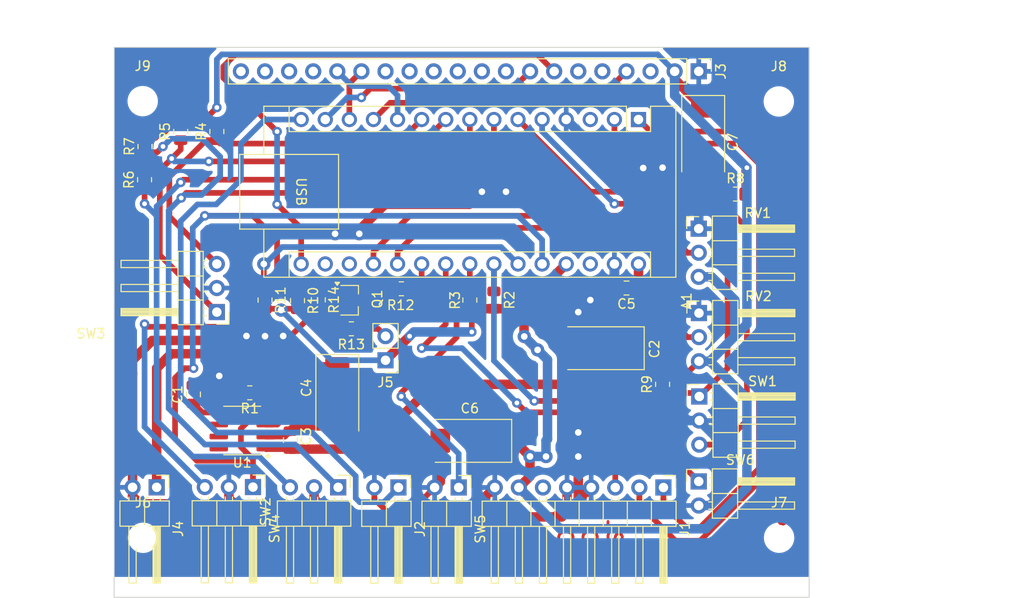
<source format=kicad_pcb>
(kicad_pcb (version 20240108) (generator "pcbnew") (generator_version "8.0")
  (layers (0 "F.Cu" signal) (31 "B.Cu" signal) (34 "B.Paste" user) (35 "F.Paste" user) (36 "B.SilkS" user "B.Silkscreen") (37 "F.SilkS" user "F.Silkscreen") (38 "B.Mask" user) (39 "F.Mask" user) (44 "Edge.Cuts" user))
  (net 0 "")
  (net 1 "Net-(A1-A7)")
  (net 2 "Net-(A1-SCK)")
  (net 3 "Net-(A1-D4)")
  (net 4 "Reset")
  (net 5 "+5VD")
  (net 6 "Net-(A1-A1)")
  (net 8 "Net-(A1-RX1)")
  (net 9 "Net-(A1-SDA{slash}A4)")
  (net 10 "Net-(A1-A6)")
  (net 12 "Net-(A1-D6)")
  (net 13 "Net-(A1-D8)")
  (net 14 "Net-(A1-D2)")
  (net 16 "Net-(A1-D9)")
  (net 17 "Net-(A1-D3)")
  (net 18 "Net-(A1-D7)")
  (net 20 "Net-(A1-D10)")
  (net 21 "Net-(A1-MISO)")
  (net 22 "Net-(A1-MOSI)")
  (net 23 "GND")
  (net 24 "Net-(A1-VIN)")
  (net 25 "Net-(A1-D5)")
  (net 26 "Net-(A1-SCL{slash}A5)")
  (net 27 "Net-(A1-A0)")
  (net 28 "Net-(A1-TX1)")
  (net 29 "+5V")
  (net 31 "Net-(U1-~{OC})")
  (net 45 "Net-(A1-A2)")
  (net 46 "Net-(J5-Pin_2)")
  (net 47 "Net-(Q1-D)")
  (net 48 "Net-(Q1-G)")
  (footprint "Resistor_SMD:R_0805_2012Metric" (layer "F.Cu") (at 123.19 77.47 90)
    (property "Reference" "R4")
    (property "Value" "47k")
  )
  (footprint "Capacitor_SMD:C_0805_2012Metric" (layer "F.Cu") (at 130.946565 110.026808 90)
    (property "Reference" "C3")
    (property "Value" "100n")
  )
  (footprint "Capacitor_Tantalum_SMD:CP_EIA-7343-30_AVX-N" (layer "F.Cu") (at 149.86 110.103448 180)
    (property "Reference" "C6")
    (property "Value" "47u")
  )
  (footprint "Resistor_SMD:R_0805_2012Metric" (layer "F.Cu") (at 128.27 95.255691 -90)
    (property "Reference" "R11")
    (property "Value" "47k")
  )
  (footprint "Resistor_SMD:R_0805_2012Metric" (layer "F.Cu") (at 142.643397 94.06087)
    (property "Reference" "R12")
    (property "Value" "100")
  )
  (footprint "MountingHole:MountingHole_2.7mm_M2.5" (layer "F.Cu") (at 182.460095 120.324362)
    (property "Reference" "J7")
    (property "Value" "MountingHole")
  )
  (footprint "Connector_PinHeader_2.54mm:PinHeader_1x03_P2.54mm_Horizontal" (layer "F.Cu") (at 123.19 96.52 180)
    (property "Reference" "SW3")
    (property "Value" "SW_Schleuse")
  )
  (footprint "Connector_PinHeader_2.54mm:PinHeader_1x02_P2.54mm_Horizontal" (layer "F.Cu") (at 116.845 115.005 -90)
    (property "Reference" "J4")
    (property "Value" "Conn_01x02_Pin")
  )
  (footprint "MountingHole:MountingHole_2.7mm_M2.5" (layer "F.Cu") (at 115.375333 74.260901)
    (property "Reference" "J9")
    (property "Value" "MountingHole")
  )
  (footprint "Connector_PinHeader_2.54mm:PinHeader_1x02_P2.54mm_Horizontal" (layer "F.Cu") (at 142.335136 115.025684 -90)
    (property "Reference" "J2")
    (property "Value" "Conn_NotAus")
  )
  (footprint "Module:Arduino_Nano" (layer "F.Cu") (at 167.64 76.2 -90)
    (property "Reference" "A1")
    (property "Value" "Arduino_Nano_Every")
  )
  (footprint "Package_TO_SOT_SMD:TSOT-23" (layer "F.Cu") (at 137.16 95.25)
    (property "Reference" "Q1")
    (property "Value" "NMOS")
  )
  (footprint "MountingHole:MountingHole_2.7mm_M2.5" (layer "F.Cu") (at 182.433056 74.294522)
    (property "Reference" "J8")
    (property "Value" "MountingHole")
  )
  (footprint "Resistor_SMD:R_0805_2012Metric" (layer "F.Cu") (at 149.86 95.25 -90)
    (property "Reference" "R3")
    (property "Value" "47k")
  )
  (footprint "MountingHole:MountingHole_2.7mm_M2.5" (layer "F.Cu") (at 115.412964 120.331118)
    (property "Reference" "J6")
    (property "Value" "MountingHole")
  )
  (footprint "Resistor_SMD:R_0805_2012Metric" (layer "F.Cu") (at 152.4 95.25 -90)
    (property "Reference" "R2")
    (property "Value" "47k")
  )
  (footprint "Capacitor_Tantalum_SMD:CP_EIA-7343-30_AVX-N" (layer "F.Cu") (at 174.458202 78.073952 -90)
    (property "Reference" "C7")
    (property "Value" "47u")
  )
  (footprint "Resistor_SMD:R_0805_2012Metric" (layer "F.Cu") (at 137.369529 98.283599 180)
    (property "Reference" "R13")
    (property "Value" "3k3")
  )
  (footprint "Resistor_SMD:R_0805_2012Metric" (layer "F.Cu") (at 131.69405 95.303982 -90)
    (property "Reference" "R10")
    (property "Value" "47k")
  )
  (footprint "Connector_PinHeader_2.54mm:PinHeader_1x02_P2.54mm_Horizontal" (layer "F.Cu") (at 148.685136 115.025684 -90)
    (property "Reference" "SW5")
    (property "Value" "SW_Push")
  )
  (footprint "Resistor_SMD:R_0805_2012Metric" (layer "F.Cu") (at 170.18 104.14 90)
    (property "Reference" "R9")
    (property "Value" "47k")
  )
  (footprint "Connector_PinHeader_2.54mm:PinHeader_1x03_P2.54mm_Horizontal" (layer "F.Cu") (at 174.05072 105.425)
    (property "Reference" "SW1")
    (property "Value" "SW_Schubwand")
  )
  (footprint "Package_SO:SOIC-8_3.9x4.9mm_P1.27mm" (layer "F.Cu") (at 125.866565 109.013464 180)
    (property "Reference" "U1")
    (property "Value" "TPS2041B")
  )
  (footprint "Resistor_SMD:R_0805_2012Metric" (layer "F.Cu") (at 133.884585 95.222164 -90)
    (property "Reference" "R14")
    (property "Value" "47k")
  )
  (footprint "Resistor_SMD:R_0805_2012Metric" (layer "F.Cu") (at 115.616656 79.04793 90)
    (property "Reference" "R7")
    (property "Value" "47k")
  )
  (footprint "Capacitor_SMD:C_0805_2012Metric" (layer "F.Cu") (at 120.721565 105.203464 90)
    (property "Reference" "C1")
    (property "Value" "100n")
  )
  (footprint "Resistor_SMD:R_0805_2012Metric" (layer "F.Cu") (at 115.57 82.55 90)
    (property "Reference" "R6")
    (property "Value" "47k")
  )
  (footprint "Resistor_SMD:R_0805_2012Metric" (layer "F.Cu") (at 177.87426 84.068015)
    (property "Reference" "R8")
    (property "Value" "47k")
  )
  (footprint "Connector_PinHeader_2.54mm:PinHeader_1x03_P2.54mm_Horizontal" (layer "F.Cu") (at 174.015748 96.624041)
    (property "Reference" "RV2")
    (property "Value" "R_Potentiometer")
  )
  (footprint "Capacitor_Tantalum_SMD:CP_EIA-7343-30_AVX-N" (layer "F.Cu") (at 135.89 105.41 -90)
    (property "Reference" "C4")
    (property "Value" "47u")
  )
  (footprint "Capacitor_SMD:C_0805_2012Metric" (layer "F.Cu") (at 166.37 93.98 180)
    (property "Reference" "C5")
    (property "Value" "100n")
  )
  (footprint "Connector_PinHeader_2.54mm:PinHeader_1x02_P2.54mm_Vertical" (layer "F.Cu") (at 140.97 101.6 180)
    (property "Reference" "J5")
    (property "Value" "Conn_01x02_Pin")
  )
  (footprint "Connector_PinHeader_2.54mm:PinHeader_1x02_P2.54mm_Horizontal" (layer "F.Cu") (at 173.99 114.389041)
    (property "Reference" "SW6")
    (property "Value" "SW_Push")
  )
  (footprint "Connector_PinHeader_2.54mm:PinHeader_1x20_P2.54mm_Vertical" (layer "F.Cu") (at 173.99 71.12 -90)
    (property "Reference" "J3")
    (property "Value" "Conn_01x20_Socket")
  )
  (footprint "Capacitor_Tantalum_SMD:CP_EIA-7343-30_AVX-N" (layer "F.Cu") (at 163.83 100.33 180)
    (property "Reference" "C2")
    (property "Value" "47u")
  )
  (footprint "Resistor_SMD:R_0805_2012Metric" (layer "F.Cu") (at 126.663934 105.037392 180)
    (property "Reference" "R1")
    (property "Value" "10k")
  )
  (footprint "Connector_PinHeader_2.54mm:PinHeader_1x03_P2.54mm_Horizontal" (layer "F.Cu") (at 127 114.981199 -90)
    (property "Reference" "SW4")
    (property "Value" "SW_Push_Dual")
  )
  (footprint "Connector_PinHeader_2.54mm:PinHeader_1x03_P2.54mm_Horizontal" (layer "F.Cu") (at 135.980136 115.00551 -90)
    (property "Reference" "SW2")
    (property "Value" "SW_Schnecke")
  )
  (footprint "Connector_PinHeader_2.54mm:PinHeader_1x03_P2.54mm_Horizontal" (layer "F.Cu") (at 173.99 87.719041)
    (property "Reference" "RV1")
    (property "Value" "R_Potentiometer")
  )
  (footprint "Resistor_SMD:R_0805_2012Metric" (layer "F.Cu") (at 119.38 77.47 90)
    (property "Reference" "R5")
    (property "Value" "47k")
  )
  (footprint "Connector_PinHeader_2.54mm:PinHeader_1x08_P2.54mm_Horizontal" (layer "F.Cu") (at 170.270136 115.025684 -90)
    (property "Reference" "J1")
    (property "Value" "Conn_Funkmodul")
  )
  (gr_rect (start 112.366112 68.58608) (end 185.634537 126.614505) (stroke (width 0.1)) (fill none) (layer "Edge.Cuts"))
  (gr_text "TX\n" (at 168.781108 123.19 90) (layer "F.Cu") (effects (font (size 1.5 1.5) (thickness 0.3) (bold yes)) (justify left bottom)))
  (gr_text "SW SW" (at 184.15 111.76 90) (layer "F.Cu") (effects (font (size 1.5 1.5) (thickness 0.3) (bold yes)) (justify left bottom)))
  (gr_text "Poti SL\n" (at 184.15 93.98 90) (layer "F.Cu") (effects (font (size 1.5 1.5) (thickness 0.3) (bold yes)) (justify left bottom)))
  (gr_text "RX\n" (at 171.295112 124.46 90) (layer "F.Cu") (effects (font (size 1.5 1.5) (thickness 0.3) (bold yes)) (justify left bottom)))
  (gr_text "SW SK" (at 129.54 123.19 0) (layer "F.Cu") (effects (font (size 1.5 1.5) (thickness 0.3) (bold yes)) (justify left bottom)))
  (gr_text "Poti SK" (at 184.15 102.87 90) (layer "F.Cu") (effects (font (size 1.5 1.5) (thickness 0.3) (bold yes)) (justify left bottom)))
  (gr_text "EIN/\nAUS" (at 121.92 124.46 0) (layer "F.Cu") (effects (font (size 1.5 1.5) (thickness 0.3) (bold yes)) (justify left bottom)))
  (gr_text "SW SL" (at 113.825561 89.923311 -90) (layer "F.Cu") (effects (font (size 1.5 1.5) (thickness 0.3) (bold yes)) (justify left bottom)))
  (gr_text "SW \nD2\n" (at 146.05 124.46 0) (layer "F.Cu") (effects (font (size 1.5 1.5) (thickness 0.3) (bold yes)) (justify left bottom)))
  (gr_text "GND\n" (at 160.931259 124.189376 90) (layer "F.Cu") (effects (font (size 1.5 1.5) (thickness 0.3) (bold yes)) (justify left bottom)))
  (gr_text "5V\n" (at 155.934378 123.189999 90) (layer "F.Cu") (effects (font (size 1.5 1.5) (thickness 0.3) (bold yes)) (justify left bottom)))
  (gr_text "NOT\nAUS" (at 138.783406 124.38535 0) (layer "F.Cu") (effects (font (size 1.5 1.5) (thickness 0.3) (bold yes)) (justify left bottom)))
  (gr_text "REST" (at 166.123139 124.091875 90) (layer "F.Cu") (effects (font (size 1.5 1.5) (thickness 0.3) (bold yes)) (justify left bottom)))
  (gr_text "GND\n" (at 153.253125 124.11625 90) (layer "F.Cu") (effects (font (size 1.5 1.5) (thickness 0.3) (bold yes)) (justify left bottom)))
  (gr_text "GND\n" (at 163.490636 124.165001 90) (layer "F.Cu") (effects (font (size 1.5 1.5) (thickness 0.3) (bold yes)) (justify left bottom)))
  (gr_text "SW D1" (at 184.15 119.38 90) (layer "F.Cu") (effects (font (size 1.5 1.5) (thickness 0.3) (bold yes)) (justify left bottom)))
  (segment (start 129.54 88.9) (end 127 86.36) (width 0.6) (layer "F.Cu") (net 1))
  (segment (start 119.806918 102.443082) (end 118.784179 103.465821) (width 0.6) (layer "F.Cu") (net 1))
  (segment (start 131.69405 94.391482) (end 131.69405 93.82405) (width 0.6) (layer "F.Cu") (net 1))
  (segment (start 120.735885 102.443082) (end 119.806918 102.443082) (width 0.6) (layer "F.Cu") (net 1))
  (segment (start 118.784179 109.894179) (end 121.089912 112.199912) (width 0.6) (layer "F.Cu") (net 1))
  (segment (start 131.69405 93.82405) (end 130.81 92.94) (width 0.6) (layer "F.Cu") (net 1))
  (segment (start 125.73 108.808791) (end 127.430327 107.108464) (width 0.6) (layer "F.Cu") (net 1))
  (segment (start 129.97934 92.94) (end 129.54 92.50066) (width 0.6) (layer "F.Cu") (net 1))
  (segment (start 118.784179 103.465821) (end 118.784179 109.894179) (width 0.6) (layer "F.Cu") (net 1))
  (segment (start 125.73 110.761267) (end 125.73 108.808791) (width 0.6) (layer "F.Cu") (net 1))
  (segment (start 125.73 110.761267) (end 127 112.031267) (width 0.6) (layer "F.Cu") (net 1))
  (segment (start 126.028309 112.199912) (end 127 113.171603) (width 0.6) (layer "F.Cu") (net 1))
  (segment (start 130.81 92.94) (end 129.97934 92.94) (width 0.6) (layer "F.Cu") (net 1))
  (segment (start 127 112.031267) (end 127 114.981199) (width 0.6) (layer "F.Cu") (net 1))
  (segment (start 129.54 92.50066) (end 129.54 88.9) (width 0.6) (layer "F.Cu") (net 1))
  (segment (start 127.430327 107.108464) (end 128.341565 107.108464) (width 0.6) (layer "F.Cu") (net 1))
  (segment (start 127 86.36) (end 121.92 86.36) (width 0.6) (layer "F.Cu") (net 1))
  (segment (start 121.089912 112.199912) (end 126.028309 112.199912) (width 0.6) (layer "F.Cu") (net 1))
  (via (at 121.92 86.36) (size 1) (drill 0.5) (layers "F.Cu" "B.Cu") (net 1))
  (via (at 120.735885 102.443082) (size 1) (drill 0.5) (layers "F.Cu" "B.Cu") (net 1))
  (segment (start 121.92 86.36) (end 154.94 86.36) (width 0.6) (layer "B.Cu") (net 1))
  (segment (start 120.65 102.357197) (end 120.65 87.63) (width 0.6) (layer "B.Cu") (net 1))
  (segment (start 120.735885 102.443082) (end 120.65 102.357197) (width 0.6) (layer "B.Cu") (net 1))
  (segment (start 157.48 88.9) (end 157.48 91.44) (width 0.6) (layer "B.Cu") (net 1))
  (segment (start 120.65 87.63) (end 121.92 86.36) (width 0.6) (layer "B.Cu") (net 1))
  (segment (start 154.94 86.36) (end 157.48 88.9) (width 0.6) (layer "B.Cu") (net 1))
  (segment (start 157.001508 69.371508) (end 158.75 71.12) (width 0.6) (layer "F.Cu") (net 2))
  (segment (start 123.873901 70.610083) (end 125.112476 69.371508) (width 0.6) (layer "F.Cu") (net 2))
  (segment (start 132.08 87.682593) (end 129.54 85.142593) (width 0.6) (layer "F.Cu") (net 2))
  (segment (start 129.54 77.47) (end 123.873901 71.803901) (width 0.6) (layer "F.Cu") (net 2))
  (segment (start 125.112476 69.371508) (end 157.001508 69.371508) (width 0.6) (layer "F.Cu") (net 2))
  (segment (start 132.08 91.44) (end 132.08 87.682593) (width 0.6) (layer "F.Cu") (net 2))
  (segment (start 123.873901 71.803901) (end 123.873901 70.610083) (width 0.6) (layer "F.Cu") (net 2))
  (via (at 129.54 85.142593) (size 1) (drill 0.5) (layers "F.Cu" "B.Cu") (net 2))
  (via (at 129.54 77.47) (size 1) (drill 0.5) (layers "F.Cu" "B.Cu") (net 2))
  (segment (start 129.54 85.142593) (end 129.54 77.47) (width 0.6) (layer "B.Cu") (net 2))
  (segment (start 119.433858 84.475722) (end 119.966987 83.942593) (width 0.6) (layer "F.Cu") (net 3))
  (segment (start 117.502515 79.04793) (end 117.511847 79.04793) (width 0.6) (layer "F.Cu") (net 3))
  (segment (start 152.4 78.74) (end 152.4 76.2) (width 0.6) (layer "F.Cu") (net 3))
  (segment (start 119.966987 83.942593) (end 147.197407 83.942593) (width 0.6) (layer "F.Cu") (net 3))
  (segment (start 116.897945 79.6525) (end 115.57 79.6525) (width 0.6) (layer "F.Cu") (net 3))
  (segment (start 116.897945 79.6525) (end 117.502515 79.04793) (width 0.6) (layer "F.Cu") (net 3))
  (segment (start 147.197407 83.942593) (end 152.4 78.74) (width 0.6) (layer "F.Cu") (net 3))
  (via (at 117.511847 79.04793) (size 1) (drill 0.5) (layers "F.Cu" "B.Cu") (net 3))
  (via (at 119.433858 84.475722) (size 1) (drill 0.5) (layers "F.Cu" "B.Cu") (net 3))
  (segment (start 131.464626 110.49) (end 135.980136 115.00551) (width 0.6) (layer "B.Cu") (net 3))
  (segment (start 117.960223 78.599554) (end 117.511847 79.04793) (width 0.6) (layer "B.Cu") (net 3))
  (segment (start 119.433858 84.475722) (end 118.11 85.79958) (width 0.6) (layer "B.Cu") (net 3))
  (segment (start 117.511847 79.057261) (end 117.511847 79.04793) (width 0.6) (layer "B.Cu") (net 3))
  (segment (start 123.544756 82.195244) (end 121.58 84.16) (width 0.6) (layer "B.Cu") (net 3))
  (segment (start 121.92 110.49) (end 131.464626 110.49) (width 0.6) (layer "B.Cu") (net 3))
  (segment (start 117.969554 78.599554) (end 118.341618 78.22749) (width 0.6) (layer "B.Cu") (net 3))
  (segment (start 118.11 106.68) (end 121.92 110.49) (width 0.6) (layer "B.Cu") (net 3))
  (segment (start 117.969554 78.599554) (end 117.960223 78.599554) (width 0.6) (layer "B.Cu") (net 3))
  (segment (start 119.74958 84.16) (end 119.433858 84.475722) (width 0.6) (layer "B.Cu") (net 3))
  (segment (start 123.544756 80.125238) (end 123.544756 82.195244) (width 0.6) (layer "B.Cu") (net 3))
  (segment (start 121.647008 78.22749) (end 123.544756 80.125238) (width 0.6) (layer "B.Cu") (net 3))
  (segment (start 118.11 85.79958) (end 118.11 106.68) (width 0.6) (layer "B.Cu") (net 3))
  (segment (start 117.287898 79.28121) (end 117.511847 79.057261) (width 0.6) (layer "B.Cu") (net 3))
  (segment (start 118.341618 78.22749) (end 121.647008 78.22749) (width 0.6) (layer "B.Cu") (net 3))
  (segment (start 121.58 84.16) (end 119.74958 84.16) (width 0.6) (layer "B.Cu") (net 3))
  (segment (start 144.78 100.33) (end 147.32 97.79) (width 0.6) (layer "F.Cu") (net 4))
  (segment (start 165.190136 110.580136) (end 165.190136 115.025684) (width 0.6) (layer "F.Cu") (net 4))
  (segment (start 161.704011 107.094011) (end 165.190136 110.580136) (width 0.6) (layer "F.Cu") (net 4))
  (segment (start 154.817287 106.100979) (end 154.925979 106.100979) (width 0.6) (layer "F.Cu") (net 4))
  (segment (start 154.817287 106.100979) (end 155.810319 107.094011) (width 0.6) (layer "F.Cu") (net 4))
  (segment (start 155.810319 107.094011) (end 161.704011 107.094011) (width 0.6) (layer "F.Cu") (net 4))
  (segment (start 147.32 97.79) (end 147.32 91.44) (width 0.6) (layer "F.Cu") (net 4))
  (via (at 144.78 100.33) (size 1) (drill 0.5) (layers "F.Cu" "B.Cu") (net 4))
  (via (at 154.817287 106.100979) (size 1) (drill 0.5) (layers "F.Cu" "B.Cu") (net 4))
  (segment (start 144.78 100.33) (end 149.046308 100.33) (width 0.6) (layer "B.Cu") (net 4))
  (segment (start 149.046308 100.33) (end 154.817287 106.100979) (width 0.6) (layer "B.Cu") (net 4))
  (segment (start 156.201308 111.751308) (end 156.201308 113.854512) (width 1) (layer "F.Cu") (net 5))
  (segment (start 155.575 99.069206) (end 155.597244 99.09145) (width 1) (layer "F.Cu") (net 5))
  (segment (start 150.06692 98.612634) (end 150.06692 96.91942) (width 0.6) (layer "F.Cu") (net 5))
  (segment (start 115.87793 78.13543) (end 116.72729 78.13543) (width 0.6) (layer "F.Cu") (net 5))
  (segment (start 129.962769 96.306337) (end 129.824623 96.168191) (width 0.6) (layer "F.Cu") (net 5))
  (segment (start 130.100915 96.168191) (end 129.962769 96.306337) (width 0.6) (layer "F.Cu") (net 5))
  (segment (start 155.333504 110.785948) (end 154.651004 110.103448) (width 1) (layer "F.Cu") (net 5))
  (segment (start 156.201308 113.854512) (end 155.030136 115.025684) (width 1) (layer "F.Cu") (net 5))
  (segment (start 170.18 103.2275) (end 172.492289 103.2275) (width 0.6) (layer "F.Cu") (net 5))
  (segment (start 114.5275 81.6375) (end 115.57 81.6375) (width 0.6) (layer "F.Cu") (net 5))
  (segment (start 171.45 71.95325) (end 171.45 71.12) (width 1) (layer "F.Cu") (net 5))
  (segment (start 154.553448 110.103448) (end 156.201308 111.751308) (width 1) (layer "F.Cu") (net 5))
  (segment (start 143.51 99.06) (end 140.97 101.6) (width 1) (layer "F.Cu") (net 5))
  (segment (start 131.612176 96.168191) (end 130.100915 96.168191) (width 0.6) (layer "F.Cu") (net 5))
  (segment (start 128.275691 96.168191) (end 128.27 96.1625) (width 0.6) (layer "F.Cu") (net 5))
  (segment (start 154.651004 110.103448) (end 152.9725 110.103448) (width 1) (layer "F.Cu") (net 5))
  (segment (start 160.02 91.44) (end 156.21 95.25) (width 1) (layer "F.Cu") (net 5))
  (segment (start 155.2975 96.1625) (end 152.4 96.1625) (width 1) (layer "F.Cu") (net 5))
  (segment (start 174.458202 74.961452) (end 171.45 71.95325) (width 1) (layer "F.Cu") (net 5))
  (segment (start 129.824623 96.168191) (end 128.275691 96.168191) (width 0.6) (layer "F.Cu") (net 5))
  (segment (start 117.39272 77.47) (end 117.73207 77.47) (width 0.6) (layer "F.Cu") (net 5))
  (segment (start 152.4 96.1625) (end 150.41 96.1625) (width 1) (layer "F.Cu") (net 5))
  (segment (start 118.64457 76.5575) (end 119.38 76.5575) (width 0.6) (layer "F.Cu") (net 5))
  (segment (start 155.597244 99.099112) (end 157.001963 100.503831) (width 1) (layer "F.Cu") (net 5))
  (segment (start 178.78676 81.56324) (end 178.78676 84.068015) (width 0.6) (layer "F.Cu") (net 5))
  (segment (start 172.492289 103.2275) (end 174.015748 101.704041) (width 0.6) (layer "F.Cu") (net 5))
  (segment (start 150.41 96.1625) (end 149.86 96.7125) (width 1) (layer "F.Cu") (net 5))
  (segment (start 115.378726 78.13543) (end 114.17 79.344156) (width 0.6) (layer "F.Cu") (net 5))
  (segment (start 121.5625 76.5575) (end 119.38 76.5575) (width 0.6) (layer "F.Cu") (net 5))
  (segment (start 123.19 74.93) (end 121.5625 76.5575) (width 0.6) (layer "F.Cu") (net 5))
  (segment (start 116.72729 78.13543) (end 117.39272 77.47) (width 0.6) (layer "F.Cu") (net 5))
  (segment (start 114.17 79.344156) (end 114.17 81.28) (width 0.6) (layer "F.Cu") (net 5))
  (segment (start 150.06692 96.91942) (end 149.86 96.7125) (width 0.6) (layer "F.Cu") (net 5))
  (segment (start 179.067305 81.282695) (end 178.78676 81.56324) (width 0.6) (layer "F.Cu") (net 5))
  (segment (start 114.17 81.28) (end 114.5275 81.6375) (width 0.6) (layer "F.Cu") (net 5))
  (segment (start 156.21 95.25) (end 155.575 95.885) (width 1) (layer "F.Cu") (net 5))
  (segment (start 155.597244 99.09145) (end 155.597244 99.099112) (width 1) (layer "F.Cu") (net 5))
  (segment (start 156.21 95.25) (end 155.2975 96.1625) (width 1) (layer "F.Cu") (net 5))
  (segment (start 115.616656 78.13543) (end 115.378726 78.13543) (width 0.6) (layer "F.Cu") (net 5))
  (segment (start 155.575 95.885) (end 155.575 99.069206) (width 1) (layer "F.Cu") (net 5))
  (segment (start 117.73207 77.47) (end 118.64457 76.5575) (width 0.6) (layer "F.Cu") (net 5))
  (via (at 150.06692 98.612634) (size 1) (drill 0.5) (layers "F.Cu" "B.Cu") (net 5))
  (via (at 123.19 74.93) (size 1) (drill 0.5) (layers "F.Cu" "B.Cu") (net 5))
  (via (at 179.067305 81.282695) (size 1) (drill 0.5) (layers "F.Cu" "B.Cu") (net 5))
  (via (at 155.597244 99.09145) (size 1.4) (drill 0.7) (layers "F.Cu" "B.Cu") (net 5))
  (via (at 156.201308 111.751308) (size 1.4) (drill 0.7) (layers "F.Cu" "B.Cu") (net 5))
  (via (at 157.001963 100.503831) (size 1.4) (drill 0.7) (layers "F.Cu" "B.Cu") (net 5))
  (via (at 143.51 99.06) (size 1) (drill 0.5) (layers "F.Cu" "B.Cu") (net 5))
  (via (at 129.962769 96.306337) (size 1.4) (drill 0.7) (layers "F.Cu" "B.Cu") (net 5))
  (via (at 157.888504 111.76) (size 1.4) (drill 0.7) (layers "F.Cu" "B.Cu") (net 5))
  (segment (start 177.8 99.06) (end 175.155959 101.704041) (width 1) (layer "B.Cu") (net 5))
  (segment (start 179.07 81.28) (end 178.435 80.645) (width 1) (layer "B.Cu") (net 5))
  (segment (start 157.879812 111.751308) (end 157.888504 111.76) (width 1) (layer "B.Cu") (net 5))
  (segment (start 143.957366 98.612634) (end 150.06692 98.612634) (width 1) (layer "B.Cu") (net 5))
  (segment (start 155.597244 99.09145) (end 158.05001 101.544216) (width 1) (layer "B.Cu") (net 5))
  (segment (start 156.201308 111.751308) (end 157.879812 111.751308) (width 1) (layer "B.Cu") (net 5))
  (segment (start 123.19 69.85) (end 123.710549 69.329451) (width 0.6) (layer "B.Cu") (net 5))
  (segment (start 159.384452 119.38) (end 155.030136 115.025684) (width 1) (layer "B.Cu") (net 5))
  (segment (start 179.07 97.79) (end 179.07 81.28) (width 1) (layer "B.Cu") (net 5))
  (segment (start 158.05001 101.544216) (end 158.05001 109.91999) (width 1) (layer "B.Cu") (net 5))
  (segment (start 179.07 105.618082) (end 179.07 115.03102) (width 1) (layer "B.Cu") (net 5))
  (segment (start 175.155959 101.704041) (end 174.015748 101.704041) (width 1) (layer "B.Cu") (net 5))
  (segment (start 178.435 80.645) (end 171.45 73.66) (width 1) (layer "B.Cu") (net 5))
  (segment (start 177.8 95.25) (end 177.8 99.06) (width 1) (layer "B.Cu") (net 5))
  (segment (start 157.888504 110.081496) (end 157.888504 111.76) (width 1) (layer "B.Cu") (net 5))
  (segment (start 174.72102 119.38) (end 159.384452 119.38) (width 1) (layer "B.Cu") (net 5))
  (segment (start 123.19 74.93) (end 123.19 69.85) (width 0.6) (layer "B.Cu") (net 5))
  (segment (start 143.51 99.06) (end 143.957366 98.612634) (width 1) (layer "B.Cu") (net 5))
  (segment (start 175.349041 92.799041) (end 177.8 95.25) (width 1) (layer "B.Cu") (net 5))
  (segment (start 175.155959 101.704041) (end 179.07 105.618082) (width 1) (layer "B.Cu") (net 5))
  (segment (start 169.659451 69.329451) (end 171.45 71.12) (width 0.6) (layer "B.Cu") (net 5))
  (segment (start 129.962769 96.306337) (end 135.256432 101.6) (width 0.6) (layer "B.Cu") (net 5))
  (segment (start 123.710549 69.329451) (end 169.659451 69.329451) (width 0.6) (layer "B.Cu") (net 5))
  (segment (start 135.256432 101.6) (end 140.97 101.6) (width 0.6) (layer "B.Cu") (net 5))
  (segment (start 158.05001 109.91999) (end 157.888504 110.081496) (width 1) (layer "B.Cu") (net 5))
  (segment (start 179.07 115.03102) (end 174.72102 119.38) (width 1) (layer "B.Cu") (net 5))
  (segment (start 173.99 92.799041) (end 175.349041 92.799041) (width 1) (layer "B.Cu") (net 5))
  (segment (start 171.45 73.66) (end 171.45 71.12) (width 1) (layer "B.Cu") (net 5))
  (segment (start 177.8 99.06) (end 179.07 97.79) (width 1) (layer "B.Cu") (net 5))
  (segment (start 167.64 87.63) (end 144.78 87.63) (width 0.6) (layer "F.Cu") (net 6))
  (segment (start 144.78 87.63) (end 142.24 90.17) (width 0.6) (layer "F.Cu") (net 6))
  (segment (start 172.813667 99.164041) (end 170.107893 96.458267) (width 0.6) (layer "F.Cu") (net 6))
  (segment (start 170.107893 90.097893) (end 167.64 87.63) (width 0.6) (layer "F.Cu") (net 6))
  (segment (start 174.015748 99.164041) (end 172.813667 99.164041) (width 0.6) (layer "F.Cu") (net 6))
  (segment (start 142.24 90.17) (end 142.24 91.44) (width 0.6) (layer "F.Cu") (net 6))
  (segment (start 170.107893 96.458267) (end 170.107893 90.097893) (width 0.6) (layer "F.Cu") (net 6))
  (segment (start 170.270136 115.025684) (end 170.270136 116.84) (width 0.6) (layer "F.Cu") (net 8))
  (segment (start 165.1 77.47) (end 165.1 76.2) (width 0.6) (layer "F.Cu") (net 8))
  (segment (start 170.270136 116.84) (end 170.270136 116.845684) (width 0.6) (layer "F.Cu") (net 8))
  (segment (start 166.37 78.74) (end 165.1 77.47) (width 0.6) (layer "F.Cu") (net 8))
  (segment (start 178.221668 78.74) (end 166.37 78.74) (width 0.6) (layer "F.Cu") (net 8))
  (segment (start 180.34 113.03) (end 180.34 80.858332) (width 0.6) (layer "F.Cu") (net 8))
  (segment (start 174.080136 119.289864) (end 180.34 113.03) (width 0.6) (layer "F.Cu") (net 8))
  (segment (start 170.270136 116.84) (end 172.72 119.289864) (width 0.6) (layer "F.Cu") (net 8))
  (segment (start 172.72 119.289864) (end 174.080136 119.289864) (width 0.6) (layer "F.Cu") (net 8))
  (segment (start 180.34 80.858332) (end 178.221668 78.74) (width 0.6) (layer "F.Cu") (net 8))
  (segment (start 148.46 95.49957) (end 149.62207 94.3375) (width 0.6) (layer "F.Cu") (net 9))
  (segment (start 149.86 91.44) (end 149.86 93.7875) (width 0.6) (layer "F.Cu") (net 9))
  (segment (start 142.631608 105.018392) (end 148.46 99.19) (width 0.6) (layer "F.Cu") (net 9))
  (segment (start 148.46 99.19) (end 148.46 95.49957) (width 0.6) (layer "F.Cu") (net 9))
  (segment (start 149.62207 94.3375) (end 149.86 94.3375) (width 0.6) (layer "F.Cu") (net 9))
  (segment (start 142.631608 105.41) (end 142.631608 105.018392) (width 0.6) (layer "F.Cu") (net 9))
  (via (at 142.631608 105.41) (size 1) (drill 0.5) (layers "F.Cu" "B.Cu") (net 9))
  (segment (start 148.685136 115.025684) (end 148.685136 111.463528) (width 0.6) (layer "B.Cu") (net 9))
  (segment (start 148.685136 111.463528) (end 142.631608 105.41) (width 0.6) (layer "B.Cu") (net 9))
  (segment (start 128.14 94.213191) (end 128.27 94.343191) (width 0.6) (layer "F.Cu") (net 10))
  (segment (start 126.636809 94.343191) (end 128.27 94.343191) (width 0.6) (layer "F.Cu") (net 10))
  (segment (start 128.14 91.44) (end 128.14 94.213191) (width 0.6) (layer "F.Cu") (net 10))
  (segment (start 125.73 96.812701) (end 125.73 95.25) (width 0.6) (layer "F.Cu") (net 10))
  (segment (start 125.73 95.25) (end 126.636809 94.343191) (width 0.6) (layer "F.Cu") (net 10))
  (segment (start 124.472701 98.07) (end 125.73 96.812701) (width 0.6) (layer "F.Cu") (net 10))
  (segment (start 115.57 97.79) (end 115.85 98.07) (width 0.6) (layer "F.Cu") (net 10))
  (segment (start 115.85 98.07) (end 124.472701 98.07) (width 0.6) (layer "F.Cu") (net 10))
  (via (at 128.14 91.44) (size 1.4) (drill 0.7) (layers "F.Cu" "B.Cu") (net 10))
  (via (at 115.57 97.79) (size 1) (drill 0.5) (layers "F.Cu" "B.Cu") (net 10))
  (segment (start 128.14 91.44) (end 128.27 91.44) (width 0.6) (layer "B.Cu") (net 10))
  (segment (start 153.154657 89.654657) (end 154.94 91.44) (width 0.6) (layer "B.Cu") (net 10))
  (segment (start 128.27 91.44) (end 130.055343 89.654657) (width 0.6) (layer "B.Cu") (net 10))
  (segment (start 130.055343 89.654657) (end 153.154657 89.654657) (width 0.6) (layer "B.Cu") (net 10))
  (segment (start 121.92 114.981199) (end 115.57 108.631199) (width 0.6) (layer "B.Cu") (net 10))
  (segment (start 115.57 108.631199) (end 115.57 97.79) (width 0.6) (layer "B.Cu") (net 10))
  (segment (start 117.179999 90.509999) (end 123.19 96.52) (width 0.6) (layer "F.Cu") (net 12))
  (segment (start 117.179999 81.566169) (end 117.179999 90.509999) (width 0.6) (layer "F.Cu") (net 12))
  (segment (start 119.38 78.3825) (end 119.38 79.366168) (width 0.6) (layer "F.Cu") (net 12))
  (segment (start 142.897705 80.622295) (end 122.344756 80.622295) (width 0.6) (layer "F.Cu") (net 12))
  (segment (start 118.423084 80.323084) (end 117.179999 81.566169) (width 0.6) (layer "F.Cu") (net 12))
  (segment (start 147.32 76.2) (end 142.897705 80.622295) (width 0.6) (layer "F.Cu") (net 12))
  (segment (start 119.38 79.366168) (end 118.423084 80.323084) (width 0.6) (layer "F.Cu") (net 12))
  (via (at 122.344756 80.622295) (size 1) (drill 0.5) (layers "F.Cu" "B.Cu") (net 12))
  (via (at 118.423084 80.323084) (size 1) (drill 0.5) (layers "F.Cu" "B.Cu") (net 12))
  (segment (start 118.423084 80.323084) (end 118.722295 80.622295) (width 0.6) (layer "B.Cu") (net 12))
  (segment (start 118.722295 80.622295) (end 122.344756 80.622295) (width 0.6) (layer "B.Cu") (net 12))
  (segment (start 142.24 76.2) (end 142.24 73.66) (width 0.6) (layer "B.Cu") (net 13))
  (segment (start 142.24 73.66) (end 141.25 72.67) (width 0.6) (layer "B.Cu") (net 13))
  (segment (start 137.44 72.67) (end 135.89 71.12) (width 0.6) (layer "B.Cu") (net 13))
  (segment (start 141.25 72.67) (end 137.44 72.67) (width 0.6) (layer "B.Cu") (net 13))
  (segment (start 165.1 85.09) (end 174.460959 85.09) (width 0.6) (layer "F.Cu") (net 14))
  (segment (start 174.460959 85.09) (end 177.028678 87.657719) (width 0.6) (layer "F.Cu") (net 14))
  (segment (start 170.18 105.0525) (end 173.67822 105.0525) (width 0.6) (layer "F.Cu") (net 14))
  (segment (start 177.028678 102.447042) (end 174.05072 105.425) (width 0.6) (layer "F.Cu") (net 14))
  (segment (start 173.67822 105.0525) (end 174.05072 105.425) (width 0.6) (layer "F.Cu") (net 14))
  (segment (start 177.028678 87.657719) (end 177.028678 102.447042) (width 0.6) (layer "F.Cu") (net 14))
  (via (at 165.1 85.09) (size 1) (drill 0.5) (layers "F.Cu" "B.Cu") (net 14))
  (segment (start 165.1 85.09) (end 157.48 77.47) (width 0.6) (layer "B.Cu") (net 14))
  (segment (start 157.48 77.47) (end 157.48 76.2) (width 0.6) (layer "B.Cu") (net 14))
  (segment (start 163.054463 74.435537) (end 166.37 71.12) (width 0.6) (layer "F.Cu") (net 16))
  (segment (start 141.464463 74.435537) (end 163.054463 74.435537) (width 0.6) (layer "F.Cu") (net 16))
  (segment (start 139.7 76.2) (end 141.464463 74.435537) (width 0.6) (layer "F.Cu") (net 16))
  (segment (start 174.05072 110.505) (end 176.515 110.505) (width 0.6) (layer "F.Cu") (net 17))
  (segment (start 176.713745 83.82) (end 176.96176 84.068015) (width 0.6) (layer "F.Cu") (net 17))
  (segment (start 154.94 76.2) (end 162.56 83.82) (width 0.6) (layer "F.Cu") (net 17))
  (segment (start 162.56 83.82) (end 176.713745 83.82) (width 0.6) (layer "F.Cu") (net 17))
  (segment (start 176.515 110.505) (end 179.07 107.95) (width 0.6) (layer "F.Cu") (net 17))
  (segment (start 179.07 87.63) (end 176.96176 85.52176) (width 0.6) (layer "F.Cu") (net 17))
  (segment (start 176.96176 85.52176) (end 176.96176 84.068015) (width 0.6) (layer "F.Cu") (net 17))
  (segment (start 179.07 107.95) (end 179.07 87.63) (width 0.6) (layer "F.Cu") (net 17))
  (segment (start 122.060726 78.3825) (end 123.19 78.3825) (width 0.6) (layer "F.Cu") (net 18))
  (segment (start 118.18 86.43) (end 118.18 82.263226) (width 0.6) (layer "F.Cu") (net 18))
  (segment (start 118.18 82.263226) (end 122.060726 78.3825) (width 0.6) (layer "F.Cu") (net 18))
  (segment (start 142.24 78.74) (end 123.5475 78.74) (width 0.6) (layer "F.Cu") (net 18))
  (segment (start 144.78 76.2) (end 142.24 78.74) (width 0.6) (layer "F.Cu") (net 18))
  (segment (start 123.19 91.44) (end 118.18 86.43) (width 0.6) (layer "F.Cu") (net 18))
  (segment (start 123.5475 78.74) (end 123.19 78.3825) (width 0.6) (layer "F.Cu") (net 18))
  (segment (start 137.16 72.39) (end 138.43 71.12) (width 0.6) (layer "F.Cu") (net 20))
  (segment (start 137.16 76.2) (end 137.16 72.39) (width 0.6) (layer "F.Cu") (net 20))
  (segment (start 128.27 76.2) (end 132.08 76.2) (width 0.6) (layer "B.Cu") (net 21))
  (segment (start 133.225478 109.22) (end 123.19 109.22) (width 0.6) (layer "B.Cu") (net 21))
  (segment (start 119.38 86.919871) (end 121.139871 85.16) (width 0.6) (layer "B.Cu") (net 21))
  (segment (start 123.12 85.16) (end 125.73 82.55) (width 0.6) (layer "B.Cu") (net 21))
  (segment (start 125.73 82.55) (end 125.73 78.74) (width 0.6) (layer "B.Cu") (net 21))
  (segment (start 142.335136 115.025684) (end 140.785136 116.575684) (width 0.6) (layer "B.Cu") (net 21))
  (segment (start 138.255136 116.575684) (end 137.83091 116.151458) (width 0.6) (layer "B.Cu") (net 21))
  (segment (start 137.83091 113.825432) (end 133.225478 109.22) (width 0.6) (layer "B.Cu") (net 21))
  (segment (start 119.38 105.41) (end 119.38 86.919871) (width 0.6) (layer "B.Cu") (net 21))
  (segment (start 125.73 78.74) (end 128.27 76.2) (width 0.6) (layer "B.Cu") (net 21))
  (segment (start 140.785136 116.575684) (end 138.255136 116.575684) (width 0.6) (layer "B.Cu") (net 21))
  (segment (start 137.83091 116.151458) (end 137.83091 113.825432) (width 0.6) (layer "B.Cu") (net 21))
  (segment (start 121.139871 85.16) (end 123.12 85.16) (width 0.6) (layer "B.Cu") (net 21))
  (segment (start 123.19 109.22) (end 119.38 105.41) (width 0.6) (layer "B.Cu") (net 21))
  (segment (start 139.36147 72.942059) (end 154.387941 72.942059) (width 0.6) (layer "F.Cu") (net 22))
  (segment (start 138.43 73.873529) (end 139.36147 72.942059) (width 0.6) (layer "F.Cu") (net 22))
  (segment (start 154.387941 72.942059) (end 156.21 71.12) (width 0.6) (layer "F.Cu") (net 22))
  (via (at 138.43 73.873529) (size 1) (drill 0.5) (layers "F.Cu" "B.Cu") (net 22))
  (segment (start 138.43 73.873529) (end 136.946471 73.873529) (width 0.6) (layer "B.Cu") (net 22))
  (segment (start 136.946471 73.873529) (end 134.62 76.2) (width 0.6) (layer "B.Cu") (net 22))
  (segment (start 116.387889 99.512111) (end 125.839301 99.512111) (width 1) (layer "F.Cu") (net 23))
  (segment (start 165.1 93.66) (end 165.42 93.98) (width 1) (layer "F.Cu") (net 23))
  (segment (start 114.305 115.965) (end 115.095 116.755) (width 1) (layer "F.Cu") (net 23))
  (segment (start 151.13 83.82) (end 153.67 83.82) (width 1) (layer "F.Cu") (net 23))
  (segment (start 124.46 114.981199) (end 124.46 116.18328) (width 1) (layer "F.Cu") (net 23))
  (segment (start 133.884585 96.134664) (end 130.978806 99.040443) (width 0.6) (layer "F.Cu") (net 23))
  (segment (start 165.1 91.44) (end 165.1 92.71) (width 1) (layer "F.Cu") (net 23))
  (segment (start 135.363229 118.130684) (end 149.385136 118.130684) (width 1) (layer "F.Cu") (net 23))
  (segment (start 125.839301 99.512111) (end 126.310969 99.040443) (width 1) (layer "F.Cu") (net 23))
  (segment (start 144.890136 116.280684) (end 146.145136 115.025684) (width 0.6) (layer "F.Cu") (net 23))
  (segment (start 140.917407 85.142593) (end 149.807407 85.142593) (width 1) (layer "F.Cu") (net 23))
  (segment (start 114.3 101.6) (end 116.387889 99.512111) (width 1) (layer "F.Cu") (net 23))
  (segment (start 159.545136 118.130684) (end 161.29 116.38582) (width 1) (layer "F.Cu") (net 23))
  (segment (start 139.795136 116.227765) (end 141.698055 118.130684) (width 0.6) (layer "F.Cu") (net 23))
  (segment (start 158.855136 118.130684) (end 149.385136 118.130684) (width 1) (layer "F.Cu") (net 23))
  (segment (start 144.890136 116.860684) (end 144.890136 116.280684) (width 0.6) (layer "F.Cu") (net 23))
  (segment (start 160.7175 100.33) (end 160.7175 99.6325) (width 1) (layer "F.Cu") (net 23))
  (segment (start 171.45 81.186452) (end 168.267407 81.186452) (width 1) (layer "F.Cu") (net 23))
  (segment (start 133.949921 96.2) (end 133.884585 96.134664) (width 0.6) (layer "F.Cu") (net 23))
  (segment (start 168.267407 81.186452) (end 168.137032 81.316827) (width 1) (layer "F.Cu") (net 23))
  (segment (start 126.310969 99.040443) (end 126.330526 99.06) (width 1) (layer "F.Cu") (net 23))
  (segment (start 165.42 94.93) (end 165.42 93.98) (width 1) (layer "F.Cu") (net 23))
  (segment (start 160.7175 99.6325) (end 165.42 94.93) (width 1) (layer "F.Cu") (net 23))
  (segment (start 146.7475 110.103448) (end 146.7475 114.42332) (width 1) (layer "F.Cu") (net 23))
  (segment (start 146.145136 115.025684) (end 145.704445 115.025684) (width 0.6) (layer "F.Cu") (net 23))
  (segment (start 165.1 92.71) (end 161.29 96.52) (width 1) (layer "F.Cu") (net 23))
  (segment (start 162.650136 115.025684) (end 159.545136 118.130684) (width 1) (layer "F.Cu") (net 23))
  (segment (start 124.46 116.18328) (end 126.407404 118.130684) (width 1) (layer "F.Cu") (net 23))
  (segment (start 126.407404 118.130684) (end 135.363229 118.130684) (width 1) (layer "F.Cu") (net 23))
  (segment (start 138.204429 88.254657) (end 138.204429 87.855571) (width 1) (layer "F.Cu") (net 23))
  (segment (start 128.27 99.06) (end 130.163507 99.06) (width 1) (layer "F.Cu") (net 23))
  (segment (start 159.545136 118.130684) (end 158.855136 118.130684) (width 1) (layer "F.Cu") (net 23))
  (segment (start 141.698055 118.130684) (end 143.620136 118.130684) (width 0.6) (layer "F.Cu") (net 23))
  (segment (start 143.620136 118.130684) (end 144.890136 116.860684) (width 0.6) (layer "F.Cu") (net 23))
  (segment (start 160.110136 115.025684) (end 160.110136 116.875684) (width 1) (layer "F.Cu") (net 23))
  (segment (start 170.273548 81.186452) (end 170.18 81.28) (width 1) (layer "F.Cu") (net 23))
  (segment (start 130.374909 109.648464) (end 130.946565 109.076808) (width 0.6) (layer "F.Cu") (net 23))
  (segment (start 114.305 115.005) (end 114.305 115.965) (width 1) (layer "F.Cu") (net 23))
  (segment (start 174.458202 81.186452) (end 171.45 81.186452) (width 1) (layer "F.Cu") (net 23))
  (segment (start 171.45 81.186452) (end 170.273548 81.186452) (width 1) (layer "F.Cu") (net 23))
  (segment (start 126.330526 99.06) (end 128.27 99.06) (width 1) (layer "F.Cu") (net 23))
  (segment (start 165.1 91.44) (end 165.1 93.66) (width 1) (layer "F.Cu") (net 23))
  (segment (start 133.440136 116.207591) (end 135.363229 118.130684) (width 1) (layer "F.Cu") (net 23))
  (segment (start 161.29 116.38582) (end 161.29 111.76) (width 1) (layer "F.Cu") (net 23))
  (segment (start 146.7475 114.42332) (end 146.145136 115.025684) (width 1) (layer "F.Cu") (net 23))
  (segment (start 114.3 102.993046) (end 114.3 101.6) (width 1) (layer "F.Cu") (net 23))
  (segment (start 120.721565 104.253464) (end 122.442442 104.253464) (width 0.6) (layer "F.Cu") (net 23))
  (segment (start 152.490136 115.025684) (end 149.385136 118.130684) (width 1) (layer "F.Cu") (net 23))
  (segment (start 120.670684 118.130684) (end 126.407404 118.130684) (width 1) (layer "F.Cu") (net 23))
  (segment (start 149.807407 85.142593) (end 151.13 83.82) (width 1) (layer "F.Cu") (net 23))
  (segment (start 128.341565 109.648464) (end 130.374909 109.648464) (width 0.6) (layer "F.Cu") (net 23))
  (segment (start 138.204429 87.855571) (end 140.917407 85.142593) (width 1) (layer "F.Cu") (net 23))
  (segment (start 139.795136 115.025684) (end 139.795136 116.227765) (width 0.6) (layer "F.Cu") (net 23))
  (segment (start 130.183064 99.040443) (end 130.202621 99.06) (width 1) (layer "F.Cu") (net 23))
  (segment (start 160.110136 116.875684) (end 158.855136 118.130684) (width 1) (layer "F.Cu") (net 23))
  (segment (start 150.660136 118.130684) (end 143.620136 118.130684) (width 0.6) (layer "F.Cu") (net 23))
  (segment (start 131.500873 108.5225) (end 130.946565 109.076808) (width 1) (layer "F.Cu") (net 23))
  (segment (start 115.095 116.755) (end 119.295 116.755) (width 1) (layer "F.Cu") (net 23))
  (segment (start 122.442442 104.253464) (end 123.441624 103.254282) (width 0.6) (layer "F.Cu") (net 23))
  (segment (start 114.305 102.998046) (end 114.3 102.993046) (width 1) (layer "F.Cu") (net 23))
  (segment (start 130.978806 99.040443) (end 130.183064 99.040443) (width 0.6) (layer "F.Cu") (net 23))
  (segment (start 133.440136 115.00551) (end 133.440136 116.207591) (width 1) (layer "F.Cu") (net 23))
  (segment (start 130.163507 99.06) (end 130.183064 99.040443) (width 1) (layer "F.Cu") (net 23))
  (segment (start 161.29 111.76) (end 161.29 109.22) (width 1) (layer "F.Cu") (net 23))
  (segment (start 119.295 116.755) (end 120.670684 118.130684) (width 1) (layer "F.Cu") (net 23))
  (segment (start 135.85 96.2) (end 133.949921 96.2) (width 0.6) (layer "F.Cu") (net 23))
  (segment (start 135.89 108.5225) (end 131.500873 108.5225) (width 1) (layer "F.Cu") (net 23))
  (segment (start 114.305 115.005) (end 114.305 102.998046) (width 1) (layer "F.Cu") (net 23))
  (segment (start 135.653742 88.254657) (end 138.204429 88.254657) (width 1) (layer "F.Cu") (net 23))
  (via (at 128.27 99.06) (size 1.4) (drill 0.7) (layers "F.Cu" "B.Cu") (net 23))
  (via (at 162.56 95.25) (size 1.4) (drill 0.7) (layers "F.Cu" "B.Cu") (net 23))
  (via (at 161.29 96.52) (size 1.4) (drill 0.7) (layers "F.Cu" "B.Cu") (net 23))
  (via (at 151.13 83.82) (size 1.4) (drill 0.7) (layers "F.Cu" "B.Cu") (net 23))
  (via (at 161.29 109.22) (size 1.4) (drill 0.7) (layers "F.Cu" "B.Cu") (net 23))
  (via (at 135.653742 88.254657) (size 1.4) (drill 0.7) (layers "F.Cu" "B.Cu") (net 23))
  (via (at 126.310969 99.040443) (size 1.4) (drill 0.7) (layers "F.Cu" "B.Cu") (net 23))
  (via (at 168.137032 81.316827) (size 1.4) (drill 0.7) (layers "F.Cu" "B.Cu") (net 23))
  (via (at 130.183064 99.040443) (size 1.4) (drill 0.7) (layers "F.Cu" "B.Cu") (net 23))
  (via (at 138.204429 88.254657) (size 1.4) (drill 0.7) (layers "F.Cu" "B.Cu") (net 23))
  (via (at 153.67 83.82) (size 1.4) (drill 0.7) (layers "F.Cu" "B.Cu") (net 23))
  (via (at 161.29 111.76) (size 1.4) (drill 0.7) (layers "F.Cu" "B.Cu") (net 23))
  (via (at 170.18 81.28) (size 1.4) (drill 0.7) (layers "F.Cu" "B.Cu") (net 23))
  (via (at 123.441624 103.254282) (size 1.4) (drill 0.7) (layers "F.Cu" "B.Cu") (net 23))
  (segment (start 170.815 81.915) (end 170.18 81.28) (width 1) (layer "B.Cu") (net 23))
  (segment (start 170.18 97.79) (end 170.075959 97.79) (width 1) (layer "B.Cu") (net 23))
  (segment (start 165.1 95.354041) (end 165.1 91.44) (width 1) (layer "B.Cu") (net 23))
  (segment (start 176.53 110.44428) (end 174.05072 107.965) (width 1) (layer "B.Cu") (net 23))
  (segment (start 166.37 96.624041) (end 165.1 95.354041) (width 1) (layer "B.Cu") (net 23))
  (segment (start 168.91 96.624041) (end 166.37 96.624041) (width 1) (layer "B.Cu") (net 23))
  (segment (start 173.99 85.09) (end 170.815 81.915) (width 1) (layer "B.Cu") (net 23))
  (segment (start 174.05072 107.965) (end 172.848639 107.965) (width 1) (layer "B.Cu") (net 23))
  (segment (start 173.99 87.719041) (end 173.99 85.09) (width 1) (layer "B.Cu") (net 23))
  (segment (start 172.848639 107.965) (end 170.18 105.296361) (width 1) (layer "B.Cu") (net 23))
  (segment (start 170.216827 81.316827) (end 170.815 81.915) (width 1) (layer "B.Cu") (net 23))
  (segment (start 173.99 116.929041) (end 175.192081 116.929041) (width 1) (layer "B.Cu") (net 23))
  (segment (start 176.53 115.591122) (end 176.53 110.44428) (width 1) (layer "B.Cu") (net 23))
  (segment (start 175.192081 116.929041) (end 176.53 115.591122) (width 1) (layer "B.Cu") (net 23))
  (segment (start 170.18 105.296361) (end 170.18 97.79) (width 1) (layer "B.Cu") (net 23))
  (segment (start 160.02 76.2) (end 165.1 81.28) (width 1) (layer "B.Cu") (net 23))
  (segment (start 170.075959 97.79) (end 168.91 96.624041) (width 1) (layer "B.Cu") (net 23))
  (segment (start 168.137032 81.316827) (end 170.216827 81.316827) (width 1) (layer "B.Cu") (net 23))
  (segment (start 174.015748 96.624041) (end 168.91 96.624041) (width 1) (layer "B.Cu") (net 23))
  (segment (start 165.1 81.28) (end 170.18 81.28) (width 1) (layer "B.Cu") (net 23))
  (segment (start 128.399909 110.976808) (end 128.341565 110.918464) (width 0.6) (layer "F.Cu") (net 24))
  (segment (start 139.213192 110.976808) (end 146.05 104.14) (width 1) (layer "F.Cu") (net 24))
  (segment (start 146.05 104.14) (end 165.1 104.14) (width 1) (layer "F.Cu") (net 24))
  (segment (start 167.64 93.66) (end 167.32 93.98) (width 1) (layer "F.Cu") (net 24))
  (segment (start 166.9425 102.2975) (end 166.9425 100.33) (width 1) (layer "F.Cu") (net 24))
  (segment (start 166.9425 100.33) (end 166.9425 95.73021) (width 1) (layer "F.Cu") (net 24))
  (segment (start 130.946565 110.976808) (end 128.399909 110.976808) (width 0.6) (layer "F.Cu") (net 24))
  (segment (start 166.9425 95.73021) (end 167.32 95.35271) (width 1) (layer "F.Cu") (net 24))
  (segment (start 130.946565 110.976808) (end 139.213192 110.976808) (width 1) (layer "F.Cu") (net 24))
  (segment (start 167.32 95.35271) (end 167.32 93.98) (width 1) (layer "F.Cu") (net 24))
  (segment (start 167.64 91.44) (end 167.64 93.66) (width 1) (layer "F.Cu") (net 24))
  (segment (start 165.1 104.14) (end 166.9425 102.2975) (width 1) (layer "F.Cu") (net 24))
  (segment (start 146.05 82.55) (end 149.86 78.74) (width 0.6) (layer "F.Cu") (net 25))
  (segment (start 149.86 78.74) (end 149.86 76.2) (width 0.6) (layer "F.Cu") (net 25))
  (segment (start 115.57 83.4625) (end 115.57 85.09) (width 0.6) (layer "F.Cu") (net 25))
  (segment (start 119.662523 82.55) (end 146.05 82.55) (width 0.6) (layer "F.Cu") (net 25))
  (segment (start 119.38 82.832523) (end 119.662523 82.55) (width 0.6) (layer "F.Cu") (net 25))
  (via (at 115.57 85.09) (size 1) (drill 0.5) (layers "F.Cu" "B.Cu") (net 25))
  (via (at 119.38 82.832523) (size 1) (drill 0.5) (layers "F.Cu" "B.Cu") (net 25))
  (segment (start 120.65 111.76) (end 116.84 107.95) (width 0.6) (layer "B.Cu") (net 25))
  (segment (start 123.755174 111.76) (end 121.775786 111.76) (width 0.6) (layer "B.Cu") (net 25))
  (segment (start 116.84 85.372523) (end 116.84 86.36) (width 0.6) (layer "B.Cu") (net 25))
  (segment (start 116.84 107.95) (end 116.84 86.36) (width 0.6) (layer "B.Cu") (net 25))
  (segment (start 119.38 82.832523) (end 116.84 85.372523) (width 0.6) (layer "B.Cu") (net 25))
  (segment (start 127.654626 111.76) (end 130.900136 115.00551) (width 0.6) (layer "B.Cu") (net 25))
  (segment (start 115.57 85.09) (end 116.84 86.36) (width 0.6) (layer "B.Cu") (net 25))
  (segment (start 123.755174 111.76) (end 120.65 111.76) (width 0.6) (layer "B.Cu") (net 25))
  (segment (start 123.755174 111.76) (end 127.654626 111.76) (width 0.6) (layer "B.Cu") (net 25))
  (segment (start 173.99 114.389041) (end 165.49497 105.894011) (width 0.6) (layer "F.Cu") (net 26))
  (segment (start 165.49497 105.894011) (end 156.65001 105.894011) (width 0.6) (layer "F.Cu") (net 26))
  (segment (start 152.4 93.7875) (end 152.4 91.44) (width 0.6) (layer "F.Cu") (net 26))
  (via (at 156.65001 105.894011) (size 1) (drill 0.5) (layers "F.Cu" "B.Cu") (net 26))
  (segment (start 152.4 101.644001) (end 152.4 91.44) (width 0.6) (layer "B.Cu") (net 26))
  (segment (start 156.65001 105.894011) (end 152.4 101.644001) (width 0.6) (layer "B.Cu") (net 26))
  (segment (start 172.809041 90.259041) (end 168.91 86.36) (width 0.6) (layer "F.Cu") (net 27))
  (segment (start 168.91 86.36) (end 143.51 86.36) (width 0.6) (layer "F.Cu") (net 27))
  (segment (start 173.99 90.259041) (end 172.809041 90.259041) (width 0.6) (layer "F.Cu") (net 27))
  (segment (start 143.51 86.36) (end 139.7 90.17) (width 0.6) (layer "F.Cu") (net 27))
  (segment (start 139.7 90.17) (end 139.7 91.44) (width 0.6) (layer "F.Cu") (net 27))
  (segment (start 171.540136 120.65) (end 174.134214 120.65) (width 0.6) (layer "F.Cu") (net 28))
  (segment (start 174.134214 120.65) (end 181.61 113.174214) (width 0.6) (layer "F.Cu") (net 28))
  (segment (start 167.730136 115.025684) (end 167.730136 116.84) (width 0.6) (layer "F.Cu") (net 28))
  (segment (start 167.730136 116.84) (end 171.540136 120.65) (width 0.6) (layer "F.Cu") (net 28))
  (segment (start 179.07 77.47) (end 168.91 77.47) (width 0.6) (layer "F.Cu") (net 28))
  (segment (start 167.730136 116.84) (end 167.730136 116.845684) (width 0.6) (layer "F.Cu") (net 28))
  (segment (start 181.61 113.174214) (end 181.61 80.01) (width 0.6) (layer "F.Cu") (net 28))
  (segment (start 168.91 77.47) (end 167.64 76.2) (width 0.6) (layer "F.Cu") (net 28))
  (segment (start 181.61 80.01) (end 179.07 77.47) (width 0.6) (layer "F.Cu") (net 28))
  (segment (start 118.370833 100.912111) (end 126.884611 100.912111) (width 1) (layer "F.Cu") (net 29))
  (segment (start 123.391565 107.108464) (end 121.676565 107.108464) (width 0.6) (layer "F.Cu") (net 29))
  (segment (start 116.845 102.437944) (end 118.370833 100.912111) (width 1) (layer "F.Cu") (net 29))
  (segment (start 121.676565 107.108464) (end 120.721565 106.153464) (width 0.6) (layer "F.Cu") (net 29))
  (segment (start 123.391565 106.847261) (end 125.201434 105.037392) (width 0.6) (layer "F.Cu") (net 29))
  (segment (start 135.89 102.2975) (end 127.941326 102.2975) (width 1) (layer "F.Cu") (net 29))
  (segment (start 123.391565 107.108464) (end 123.391565 106.847261) (width 0.6) (layer "F.Cu") (net 29))
  (segment (start 127.941326 102.2975) (end 125.201434 105.037392) (width 1) (layer "F.Cu") (net 29))
  (segment (start 126.884611 100.912111) (end 128.27 102.2975) (width 1) (layer "F.Cu") (net 29))
  (segment (start 116.845 115.005) (end 116.845 102.437944) (width 1) (layer "F.Cu") (net 29))
  (segment (start 130.071135 107.876808) (end 130.071135 106.389818) (width 0.6) (layer "F.Cu") (net 31))
  (segment (start 129.569479 108.378464) (end 130.071135 107.876808) (width 0.6) (layer "F.Cu") (net 31))
  (segment (start 128.718709 105.037392) (end 128.126434 105.037392) (width 0.6) (layer "F.Cu") (net 31))
  (segment (start 128.341565 108.378464) (end 129.569479 108.378464) (width 0.6) (layer "F.Cu") (net 31))
  (segment (start 130.071135 106.389818) (end 128.718709 105.037392) (width 0.6) (layer "F.Cu") (net 31))
  (segment (start 144.78 92.836767) (end 143.555897 94.06087) (width 0.6) (layer "F.Cu") (net 45))
  (segment (start 144.78 91.44) (end 144.78 92.836767) (width 0.6) (layer "F.Cu") (net 45))
  (segment (start 138.282029 98.283599) (end 140.193599 98.283599) (width 0.6) (layer "F.Cu") (net 46))
  (segment (start 140.193599 98.283599) (end 140.97 99.06) (width 0.6) (layer "F.Cu") (net 46))
  (segment (start 136.457029 98.283599) (end 136.457029 97.427233) (width 0.6) (layer "F.Cu") (net 47))
  (segment (start 138.47 95.414262) (end 138.47 95.25) (width 0.6) (layer "F.Cu") (net 47))
  (segment (start 136.457029 97.427233) (end 138.47 95.414262) (width 0.6) (layer "F.Cu") (net 47))
  (segment (start 141.730897 94.06087) (end 136.08913 94.06087) (width 0.6) (layer "F.Cu") (net 48))
  (segment (start 136.08913 94.06087) (end 135.85 94.3) (width 0.6) (layer "F.Cu") (net 48))
  (segment (start 135.840336 94.309664) (end 135.85 94.3) (width 0.6) (layer "F.Cu") (net 48))
  (segment (start 133.884585 94.309664) (end 135.840336 94.309664) (width 0.6) (layer "F.Cu") (net 48))
  (zone (net 23) (net_name "GND") (layer "B.Cu") (connect_pads (clearance 0.5)) (min_thickness 0.25) (fill yes (thermal_gap 0.5) (thermal_bridge_width 0.5))
    (polygon (pts (xy 100.33 67.31) (xy 208.28 67.31) (xy 208.28 124.46) (xy 100.33 124.46)))
  )
)
</source>
